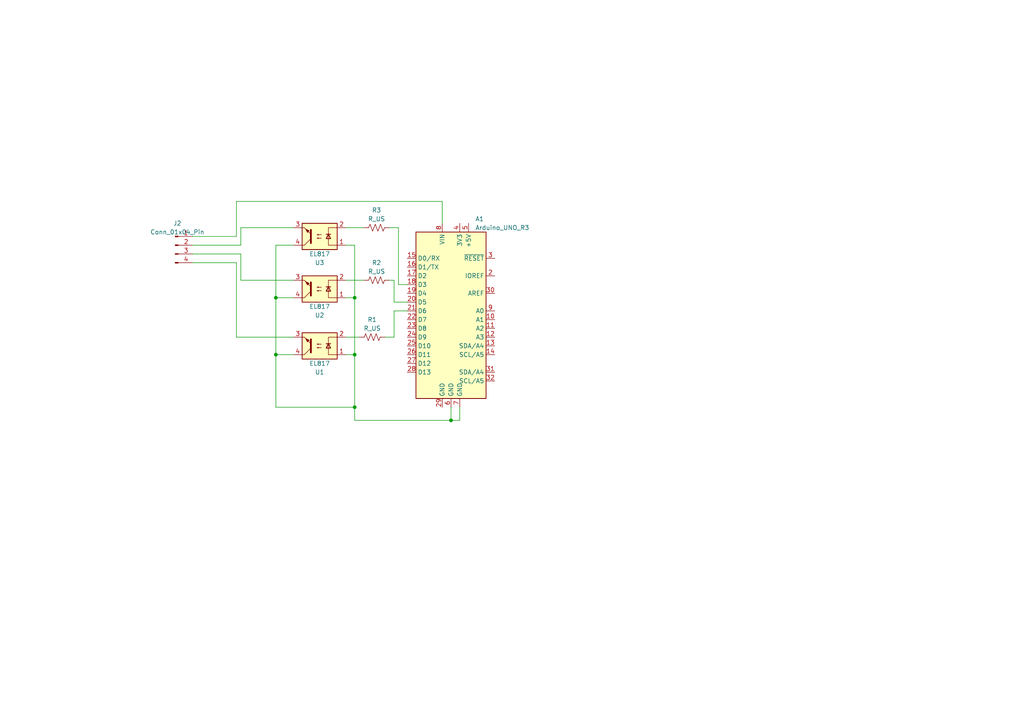
<source format=kicad_sch>
(kicad_sch (version 20230121) (generator eeschema)
  (paper "A4")
  (lib_symbols
    (symbol "Connector:Conn_01x04_Pin" (pin_names (offset 1.016) hide)
      (property "Reference" "J" (at 0 5.08 0))
      (property "Value" "Conn_01x04_Pin" (at 0 -7.62 0))
      (symbol "Conn_01x04_Pin_1_1"
        (polyline (pts (xy 1.27 -5.08) (xy 0.8636 -5.08)) (stroke (width 0.1524)))
        (polyline (pts (xy 1.27 -2.54) (xy 0.8636 -2.54)) (stroke (width 0.1524)))
        (polyline (pts (xy 1.27 0) (xy 0.8636 0)) (stroke (width 0.1524)))
        (polyline (pts (xy 1.27 2.54) (xy 0.8636 2.54)) (stroke (width 0.1524)))
        (rectangle (start 0.8636 -4.953) (end 0 -5.207) (stroke (width 0.1524)) (fill (type outline)))
        (rectangle (start 0.8636 -2.413) (end 0 -2.667) (stroke (width 0.1524)) (fill (type outline)))
        (rectangle (start 0.8636 0.127) (end 0 -0.127) (stroke (width 0.1524)) (fill (type outline)))
        (rectangle (start 0.8636 2.667) (end 0 2.413) (stroke (width 0.1524)) (fill (type outline)))
        (pin passive line (at 5.08 2.54 180) (length 3.81) (name "Pin_1") (number "1"))
        (pin passive line (at 5.08 0 180) (length 3.81) (name "Pin_2") (number "2"))
        (pin passive line (at 5.08 -2.54 180) (length 3.81) (name "Pin_3") (number "3"))
        (pin passive line (at 5.08 -5.08 180) (length 3.81) (name "Pin_4") (number "4"))
      )
    )
    (symbol "Device:R_US" (pin_numbers hide) (pin_names (offset 0))
      (property "Reference" "R" (at 2.54 0 90))
      (property "Value" "R_US" (at -2.54 0 90))
      (symbol "R_US_0_1"
        (polyline (pts (xy 0 -2.286) (xy 0 -2.54)))
        (polyline (pts (xy 0 2.286) (xy 0 2.54)))
        (polyline (pts (xy 0 -0.762) (xy 1.016 -1.143) (xy 0 -1.524) (xy -1.016 -1.905) (xy 0 -2.286)))
        (polyline (pts (xy 0 0.762) (xy 1.016 0.381) (xy 0 0) (xy -1.016 -0.381) (xy 0 -0.762)))
        (polyline (pts (xy 0 2.286) (xy 1.016 1.905) (xy 0 1.524) (xy -1.016 1.143) (xy 0 0.762)))
      )
      (symbol "R_US_1_1"
        (pin passive line (at 0 3.81 270) (length 1.27) (name "~") (number "1"))
        (pin passive line (at 0 -3.81 90) (length 1.27) (name "~") (number "2"))
      )
    )
    (symbol "Isolator:EL817" (pin_names (offset 1.016))
      (property "Reference" "U" (at -5.08 5.08 0))
      (property "Value" "EL817" (at 0 5.08 0))
      (symbol "EL817_0_1"
        (rectangle (start -5.08 3.81) (end 5.08 -3.81) (stroke (width 0.254)) (fill (type background)))
        (polyline (pts (xy -3.175 -0.635) (xy -1.905 -0.635)) (stroke (width 0.254)))
        (polyline (pts (xy 2.54 0.635) (xy 4.445 2.54)))
        (polyline (pts (xy 4.445 -2.54) (xy 2.54 -0.635)) (fill (type outline)))
        (polyline (pts (xy 4.445 -2.54) (xy 5.08 -2.54)))
        (polyline (pts (xy 4.445 2.54) (xy 5.08 2.54)))
        (polyline (pts (xy -5.08 2.54) (xy -2.54 2.54) (xy -2.54 -0.635)))
        (polyline (pts (xy -2.54 -0.635) (xy -2.54 -2.54) (xy -5.08 -2.54)))
        (polyline (pts (xy 2.54 1.905) (xy 2.54 -1.905) (xy 2.54 -1.905)) (stroke (width 0.508)))
        (polyline (pts (xy -2.54 -0.635) (xy -3.175 0.635) (xy -1.905 0.635) (xy -2.54 -0.635)) (stroke (width 0.254)))
        (polyline (pts (xy -0.508 -0.508) (xy 0.762 -0.508) (xy 0.381 -0.635) (xy 0.381 -0.381) (xy 0.762 -0.508)))
        (polyline (pts (xy -0.508 0.508) (xy 0.762 0.508) (xy 0.381 0.381) (xy 0.381 0.635) (xy 0.762 0.508)))
        (polyline (pts (xy 3.048 -1.651) (xy 3.556 -1.143) (xy 4.064 -2.159) (xy 3.048 -1.651) (xy 3.048 -1.651)) (fill (type outline)))
      )
      (symbol "EL817_1_1"
        (pin passive line (at -7.62 2.54 0) (length 2.54) (name "~") (number "1"))
        (pin passive line (at -7.62 -2.54 0) (length 2.54) (name "~") (number "2"))
        (pin passive line (at 7.62 -2.54 180) (length 2.54) (name "~") (number "3"))
        (pin passive line (at 7.62 2.54 180) (length 2.54) (name "~") (number "4"))
      )
    )
    (symbol "MCU_Module:Arduino_UNO_R3"
      (property "Reference" "A" (at -10.16 23.495 0))
      (property "Value" "Arduino_UNO_R3" (at 5.08 -26.67 0))
      (symbol "Arduino_UNO_R3_0_1"
        (rectangle (start -10.16 22.86) (end 10.16 -25.4) (stroke (width 0.254)) (fill (type background)))
      )
      (symbol "Arduino_UNO_R3_1_1"
        (pin no_connect line (at -10.16 -20.32 0) (length 2.54) hide (name "NC") (number "1"))
        (pin bidirectional line (at 12.7 -2.54 180) (length 2.54) (name "A1") (number "10"))
        (pin bidirectional line (at 12.7 -5.08 180) (length 2.54) (name "A2") (number "11"))
        (pin bidirectional line (at 12.7 -7.62 180) (length 2.54) (name "A3") (number "12"))
        (pin bidirectional line (at 12.7 -10.16 180) (length 2.54) (name "SDA/A4") (number "13"))
        (pin bidirectional line (at 12.7 -12.7 180) (length 2.54) (name "SCL/A5") (number "14"))
        (pin bidirectional line (at -12.7 15.24 0) (length 2.54) (name "D0/RX") (number "15"))
        (pin bidirectional line (at -12.7 12.7 0) (length 2.54) (name "D1/TX") (number "16"))
        (pin bidirectional line (at -12.7 10.16 0) (length 2.54) (name "D2") (number "17"))
        (pin bidirectional line (at -12.7 7.62 0) (length 2.54) (name "D3") (number "18"))
        (pin bidirectional line (at -12.7 5.08 0) (length 2.54) (name "D4") (number "19"))
        (pin output line (at 12.7 10.16 180) (length 2.54) (name "IOREF") (number "2"))
        (pin bidirectional line (at -12.7 2.54 0) (length 2.54) (name "D5") (number "20"))
        (pin bidirectional line (at -12.7 0 0) (length 2.54) (name "D6") (number "21"))
        (pin bidirectional line (at -12.7 -2.54 0) (length 2.54) (name "D7") (number "22"))
        (pin bidirectional line (at -12.7 -5.08 0) (length 2.54) (name "D8") (number "23"))
        (pin bidirectional line (at -12.7 -7.62 0) (length 2.54) (name "D9") (number "24"))
        (pin bidirectional line (at -12.7 -10.16 0) (length 2.54) (name "D10") (number "25"))
        (pin bidirectional line (at -12.7 -12.7 0) (length 2.54) (name "D11") (number "26"))
        (pin bidirectional line (at -12.7 -15.24 0) (length 2.54) (name "D12") (number "27"))
        (pin bidirectional line (at -12.7 -17.78 0) (length 2.54) (name "D13") (number "28"))
        (pin power_in line (at -2.54 -27.94 90) (length 2.54) (name "GND") (number "29"))
        (pin input line (at 12.7 15.24 180) (length 2.54) (name "~{RESET}") (number "3"))
        (pin input line (at 12.7 5.08 180) (length 2.54) (name "AREF") (number "30"))
        (pin bidirectional line (at 12.7 -17.78 180) (length 2.54) (name "SDA/A4") (number "31"))
        (pin bidirectional line (at 12.7 -20.32 180) (length 2.54) (name "SCL/A5") (number "32"))
        (pin power_out line (at 2.54 25.4 270) (length 2.54) (name "3V3") (number "4"))
        (pin power_out line (at 5.08 25.4 270) (length 2.54) (name "+5V") (number "5"))
        (pin power_in line (at 0 -27.94 90) (length 2.54) (name "GND") (number "6"))
        (pin power_in line (at 2.54 -27.94 90) (length 2.54) (name "GND") (number "7"))
        (pin power_in line (at -2.54 25.4 270) (length 2.54) (name "VIN") (number "8"))
        (pin bidirectional line (at 12.7 0 180) (length 2.54) (name "A0") (number "9"))
      )
    )
  )
  (junction (at 102.87 118.11))
  (junction (at 102.87 102.87))
  (junction (at 102.87 86.36))
  (junction (at 80.01 102.87))
  (junction (at 80.01 86.36))
  (junction (at 130.81 121.92))
  (wire (pts (xy 68.58 76.2) (xy 68.58 97.79)))
  (wire (pts (xy 114.3 90.17) (xy 114.3 97.79)))
  (wire (pts (xy 130.81 118.11) (xy 130.81 121.92)))
  (wire (pts (xy 100.33 97.79) (xy 104.14 97.79)))
  (wire (pts (xy 68.58 97.79) (xy 85.09 97.79)))
  (wire (pts (xy 80.01 71.12) (xy 80.01 86.36)))
  (wire (pts (xy 100.33 102.87) (xy 102.87 102.87)))
  (wire (pts (xy 55.88 71.12) (xy 69.85 71.12)))
  (wire (pts (xy 55.88 76.2) (xy 68.58 76.2)))
  (wire (pts (xy 128.27 64.77) (xy 128.27 58.42)))
  (wire (pts (xy 80.01 102.87) (xy 80.01 118.11)))
  (wire (pts (xy 102.87 71.12) (xy 102.87 86.36)))
  (wire (pts (xy 133.35 118.11) (xy 133.35 121.92)))
  (wire (pts (xy 68.58 58.42) (xy 68.58 68.58)))
  (wire (pts (xy 118.11 90.17) (xy 114.3 90.17)))
  (wire (pts (xy 100.33 86.36) (xy 102.87 86.36)))
  (wire (pts (xy 80.01 102.87) (xy 85.09 102.87)))
  (wire (pts (xy 69.85 71.12) (xy 69.85 66.04)))
  (wire (pts (xy 80.01 71.12) (xy 85.09 71.12)))
  (wire (pts (xy 115.57 82.55) (xy 118.11 82.55)))
  (wire (pts (xy 69.85 73.66) (xy 69.85 81.28)))
  (wire (pts (xy 69.85 81.28) (xy 85.09 81.28)))
  (wire (pts (xy 102.87 86.36) (xy 102.87 102.87)))
  (wire (pts (xy 113.03 66.04) (xy 115.57 66.04)))
  (wire (pts (xy 100.33 81.28) (xy 105.41 81.28)))
  (wire (pts (xy 80.01 118.11) (xy 102.87 118.11)))
  (wire (pts (xy 118.11 87.63) (xy 114.3 87.63)))
  (wire (pts (xy 115.57 66.04) (xy 115.57 82.55)))
  (wire (pts (xy 128.27 58.42) (xy 68.58 58.42)))
  (wire (pts (xy 100.33 66.04) (xy 105.41 66.04)))
  (wire (pts (xy 102.87 118.11) (xy 102.87 121.92)))
  (wire (pts (xy 69.85 66.04) (xy 85.09 66.04)))
  (wire (pts (xy 55.88 68.58) (xy 68.58 68.58)))
  (wire (pts (xy 114.3 81.28) (xy 114.3 87.63)))
  (wire (pts (xy 80.01 86.36) (xy 80.01 102.87)))
  (wire (pts (xy 102.87 102.87) (xy 102.87 118.11)))
  (wire (pts (xy 111.76 97.79) (xy 114.3 97.79)))
  (wire (pts (xy 55.88 73.66) (xy 69.85 73.66)))
  (wire (pts (xy 100.33 71.12) (xy 102.87 71.12)))
  (wire (pts (xy 130.81 121.92) (xy 133.35 121.92)))
  (wire (pts (xy 80.01 86.36) (xy 85.09 86.36)))
  (wire (pts (xy 113.03 81.28) (xy 114.3 81.28)))
  (wire (pts (xy 130.81 121.92) (xy 102.87 121.92)))
  (symbol (lib_id "Connector:Conn_01x04_Pin") (at 50.8 71.12 0) (unit 1)
    (property "Reference" "J2" (at 51.435 64.77 0))
    (property "Value" "Conn_01x04_Pin" (at 51.435 67.31 0))
    (property "Footprint" "Connector:FanPinHeader_1x04_P2.54mm_Vertical" (effects hide))
  )
  (symbol (lib_id "Device:R_US") (at 109.22 66.04 90) (unit 1)
    (property "Reference" "R3" (at 109.22 60.96 90))
    (property "Value" "R_US" (at 109.22 63.5 90))
    (property "Footprint" "Resistor_THT:R_Axial_DIN0204_L3.6mm_D1.6mm_P7.62mm_Horizontal" (effects hide))
  )
  (symbol (lib_id "Isolator:EL817") (at 92.71 68.58 180) (unit 1)
    (property "Reference" "U3" (at 92.71 76.2 0))
    (property "Value" "EL817" (at 92.71 73.66 0))
    (property "Footprint" "Package_DIP:DIP-4_W7.62mm" (effects hide))
    (property "Datasheet" "http://www.everlight.com/file/ProductFile/EL817.pdf" (effects hide))
  )
  (symbol (lib_id "Isolator:EL817") (at 92.71 100.33 180) (unit 1)
    (property "Reference" "U1" (at 92.71 107.95 0))
    (property "Value" "EL817" (at 92.71 105.41 0))
    (property "Footprint" "Package_DIP:DIP-4_W7.62mm" (effects hide))
    (property "Datasheet" "http://www.everlight.com/file/ProductFile/EL817.pdf" (effects hide))
  )
  (symbol (lib_id "Isolator:EL817") (at 92.71 83.82 180) (unit 1)
    (property "Reference" "U2" (at 92.71 91.44 0))
    (property "Value" "EL817" (at 92.71 88.9 0))
    (property "Footprint" "Package_DIP:DIP-4_W7.62mm" (effects hide))
    (property "Datasheet" "http://www.everlight.com/file/ProductFile/EL817.pdf" (effects hide))
  )
  (symbol (lib_id "Device:R_US") (at 109.22 81.28 90) (unit 1)
    (property "Reference" "R2" (at 109.22 76.2 90))
    (property "Value" "R_US" (at 109.22 78.74 90))
    (property "Footprint" "Resistor_THT:R_Axial_DIN0204_L3.6mm_D1.6mm_P7.62mm_Horizontal" (effects hide))
  )
  (symbol (lib_id "MCU_Module:Arduino_UNO_R3") (at 130.81 90.17 0) (unit 1)
    (property "Reference" "A1" (at 137.8459 63.5 0) (effects (justify left)))
    (property "Value" "Arduino_UNO_R3" (at 137.8459 66.04 0) (effects (justify left)))
    (property "Footprint" "Module:Arduino_UNO_R3" (effects hide))
    (property "Datasheet" "https://www.arduino.cc/en/Main/arduinoBoardUno" (effects hide))
  )
  (symbol (lib_id "Device:R_US") (at 107.95 97.79 90) (unit 1)
    (property "Reference" "R1" (at 107.95 92.71 90))
    (property "Value" "R_US" (at 107.95 95.25 90))
    (property "Footprint" "Resistor_THT:R_Axial_DIN0204_L3.6mm_D1.6mm_P7.62mm_Horizontal" (effects hide))
  )
)
</source>
